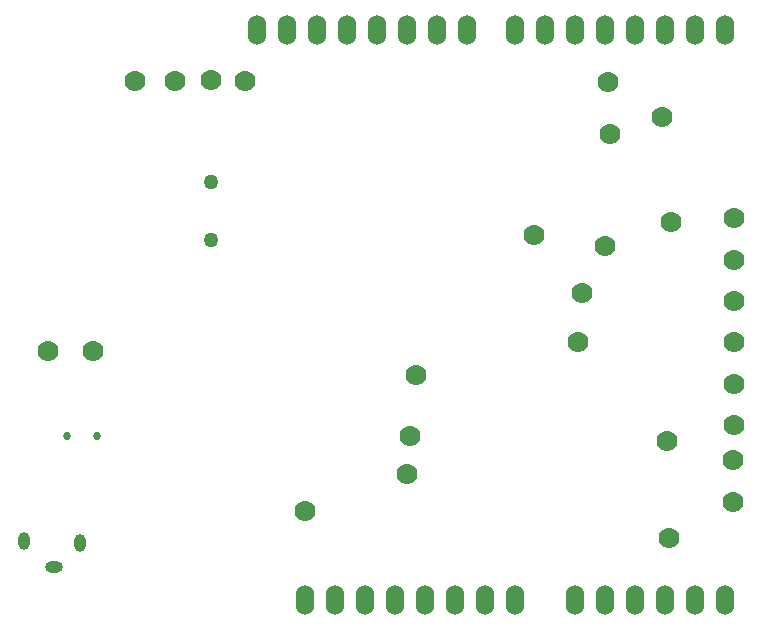
<source format=gbs>
G04 (created by PCBNEW (2013-07-07 BZR 4022)-stable) date 9/14/2014 5:25:07 AM*
%MOIN*%
G04 Gerber Fmt 3.4, Leading zero omitted, Abs format*
%FSLAX34Y34*%
G01*
G70*
G90*
G04 APERTURE LIST*
%ADD10C,0.00590551*%
%ADD11O,0.06X0.1*%
%ADD12C,0.0271654*%
%ADD13C,0.05*%
%ADD14C,0.07*%
%ADD15O,0.0393701X0.0590551*%
%ADD16O,0.0590551X0.0393701*%
G04 APERTURE END LIST*
G54D10*
G54D11*
X75852Y-26535D03*
X74852Y-26535D03*
X73852Y-26535D03*
X72852Y-26535D03*
X71852Y-26535D03*
X70852Y-26535D03*
X69852Y-26535D03*
X68852Y-26535D03*
X73452Y-45535D03*
X72452Y-45535D03*
X71452Y-45535D03*
X70452Y-45535D03*
X74452Y-45535D03*
X75452Y-45535D03*
X76452Y-45535D03*
X77452Y-45535D03*
X79452Y-45535D03*
X80452Y-45535D03*
X81452Y-45535D03*
X82452Y-45535D03*
X83452Y-45535D03*
X84452Y-45535D03*
X84452Y-26535D03*
X83452Y-26535D03*
X82452Y-26535D03*
X81452Y-26535D03*
X80452Y-26535D03*
X79452Y-26535D03*
X78452Y-26535D03*
X77452Y-26535D03*
G54D12*
X62539Y-40070D03*
X63547Y-40074D03*
G54D13*
X67326Y-31602D03*
X67326Y-33523D03*
G54D14*
X84771Y-32813D03*
X84771Y-34191D03*
X84771Y-35569D03*
X84771Y-36947D03*
X84771Y-38325D03*
X84771Y-39703D03*
X84732Y-40876D03*
X84732Y-42254D03*
X82650Y-32930D03*
X70470Y-42570D03*
X79700Y-35300D03*
X78100Y-33380D03*
X73980Y-40060D03*
X67340Y-28200D03*
X66120Y-28230D03*
X64810Y-28220D03*
X68460Y-28230D03*
X82362Y-29448D03*
X80551Y-28267D03*
X79560Y-36940D03*
G54D15*
X61102Y-43582D03*
G54D16*
X62086Y-44448D03*
G54D15*
X62952Y-43622D03*
G54D14*
X74173Y-38031D03*
X82519Y-40236D03*
X82598Y-43464D03*
X73850Y-41340D03*
X80472Y-33740D03*
X80641Y-29988D03*
X61889Y-37244D03*
X63385Y-37244D03*
M02*

</source>
